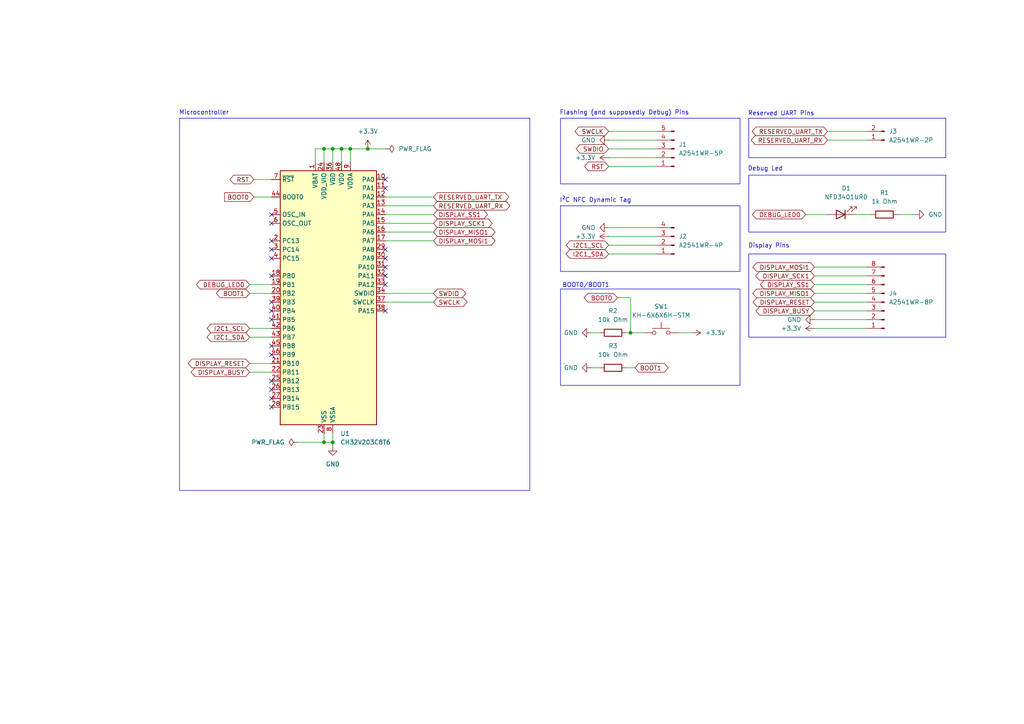
<source format=kicad_sch>
(kicad_sch (version 20231120) (generator "eeschema") (generator_version "8.0")
  (paper "A4")
  (title_block (title "Poker Plaque (RISCV)") (date "2024-09-16") (rev "4") (company "PokerPassion (Poker-NG)"))
  (lib_symbols
    (symbol "Connector:Conn_01x02_Pin" (pin_names (offset 1.016) hide)
      (property "Reference" "J" (at 0 2.54 0))
      (property "Value" "Conn_01x02_Pin" (at 0 -5.08 0))
      (symbol "Conn_01x02_Pin_1_1"
        (polyline (pts (xy 1.27 -2.54) (xy 0.8636 -2.54)) (stroke (width 0.1524)))
        (polyline (pts (xy 1.27 0) (xy 0.8636 0)) (stroke (width 0.1524)))
        (rectangle (start 0.8636 -2.413) (end 0 -2.667) (stroke (width 0.1524)) (fill (type outline)))
        (rectangle (start 0.8636 0.127) (end 0 -0.127) (stroke (width 0.1524)) (fill (type outline)))
        (pin passive line (at 5.08 0 180) (length 3.81) (name "Pin_1") (number "1"))
        (pin passive line (at 5.08 -2.54 180) (length 3.81) (name "Pin_2") (number "2"))
      )
    )
    (symbol "Connector:Conn_01x04_Pin" (pin_names (offset 1.016) hide)
      (property "Reference" "J" (at 0 5.08 0))
      (property "Value" "Conn_01x04_Pin" (at 0 -7.62 0))
      (symbol "Conn_01x04_Pin_1_1"
        (polyline (pts (xy 1.27 -5.08) (xy 0.8636 -5.08)) (stroke (width 0.1524)))
        (polyline (pts (xy 1.27 -2.54) (xy 0.8636 -2.54)) (stroke (width 0.1524)))
        (polyline (pts (xy 1.27 0) (xy 0.8636 0)) (stroke (width 0.1524)))
        (polyline (pts (xy 1.27 2.54) (xy 0.8636 2.54)) (stroke (width 0.1524)))
        (rectangle (start 0.8636 -4.953) (end 0 -5.207) (stroke (width 0.1524)) (fill (type outline)))
        (rectangle (start 0.8636 -2.413) (end 0 -2.667) (stroke (width 0.1524)) (fill (type outline)))
        (rectangle (start 0.8636 0.127) (end 0 -0.127) (stroke (width 0.1524)) (fill (type outline)))
        (rectangle (start 0.8636 2.667) (end 0 2.413) (stroke (width 0.1524)) (fill (type outline)))
        (pin passive line (at 5.08 2.54 180) (length 3.81) (name "Pin_1") (number "1"))
        (pin passive line (at 5.08 0 180) (length 3.81) (name "Pin_2") (number "2"))
        (pin passive line (at 5.08 -2.54 180) (length 3.81) (name "Pin_3") (number "3"))
        (pin passive line (at 5.08 -5.08 180) (length 3.81) (name "Pin_4") (number "4"))
      )
    )
    (symbol "Connector:Conn_01x05_Pin" (pin_names (offset 1.016) hide)
      (property "Reference" "J" (at 0 7.62 0))
      (property "Value" "Conn_01x05_Pin" (at 0 -7.62 0))
      (symbol "Conn_01x05_Pin_1_1"
        (polyline (pts (xy 1.27 -5.08) (xy 0.8636 -5.08)) (stroke (width 0.1524)))
        (polyline (pts (xy 1.27 -2.54) (xy 0.8636 -2.54)) (stroke (width 0.1524)))
        (polyline (pts (xy 1.27 0) (xy 0.8636 0)) (stroke (width 0.1524)))
        (polyline (pts (xy 1.27 2.54) (xy 0.8636 2.54)) (stroke (width 0.1524)))
        (polyline (pts (xy 1.27 5.08) (xy 0.8636 5.08)) (stroke (width 0.1524)))
        (rectangle (start 0.8636 -4.953) (end 0 -5.207) (stroke (width 0.1524)) (fill (type outline)))
        (rectangle (start 0.8636 -2.413) (end 0 -2.667) (stroke (width 0.1524)) (fill (type outline)))
        (rectangle (start 0.8636 0.127) (end 0 -0.127) (stroke (width 0.1524)) (fill (type outline)))
        (rectangle (start 0.8636 2.667) (end 0 2.413) (stroke (width 0.1524)) (fill (type outline)))
        (rectangle (start 0.8636 5.207) (end 0 4.953) (stroke (width 0.1524)) (fill (type outline)))
        (pin passive line (at 5.08 5.08 180) (length 3.81) (name "Pin_1") (number "1"))
        (pin passive line (at 5.08 2.54 180) (length 3.81) (name "Pin_2") (number "2"))
        (pin passive line (at 5.08 0 180) (length 3.81) (name "Pin_3") (number "3"))
        (pin passive line (at 5.08 -2.54 180) (length 3.81) (name "Pin_4") (number "4"))
        (pin passive line (at 5.08 -5.08 180) (length 3.81) (name "Pin_5") (number "5"))
      )
    )
    (symbol "Connector:Conn_01x08_Pin" (pin_names (offset 1.016) hide)
      (property "Reference" "J" (at 0 10.16 0))
      (property "Value" "Conn_01x08_Pin" (at 0 -12.7 0))
      (symbol "Conn_01x08_Pin_1_1"
        (polyline (pts (xy 1.27 -10.16) (xy 0.8636 -10.16)) (stroke (width 0.1524)))
        (polyline (pts (xy 1.27 -7.62) (xy 0.8636 -7.62)) (stroke (width 0.1524)))
        (polyline (pts (xy 1.27 -5.08) (xy 0.8636 -5.08)) (stroke (width 0.1524)))
        (polyline (pts (xy 1.27 -2.54) (xy 0.8636 -2.54)) (stroke (width 0.1524)))
        (polyline (pts (xy 1.27 0) (xy 0.8636 0)) (stroke (width 0.1524)))
        (polyline (pts (xy 1.27 2.54) (xy 0.8636 2.54)) (stroke (width 0.1524)))
        (polyline (pts (xy 1.27 5.08) (xy 0.8636 5.08)) (stroke (width 0.1524)))
        (polyline (pts (xy 1.27 7.62) (xy 0.8636 7.62)) (stroke (width 0.1524)))
        (rectangle (start 0.8636 -10.033) (end 0 -10.287) (stroke (width 0.1524)) (fill (type outline)))
        (rectangle (start 0.8636 -7.493) (end 0 -7.747) (stroke (width 0.1524)) (fill (type outline)))
        (rectangle (start 0.8636 -4.953) (end 0 -5.207) (stroke (width 0.1524)) (fill (type outline)))
        (rectangle (start 0.8636 -2.413) (end 0 -2.667) (stroke (width 0.1524)) (fill (type outline)))
        (rectangle (start 0.8636 0.127) (end 0 -0.127) (stroke (width 0.1524)) (fill (type outline)))
        (rectangle (start 0.8636 2.667) (end 0 2.413) (stroke (width 0.1524)) (fill (type outline)))
        (rectangle (start 0.8636 5.207) (end 0 4.953) (stroke (width 0.1524)) (fill (type outline)))
        (rectangle (start 0.8636 7.747) (end 0 7.493) (stroke (width 0.1524)) (fill (type outline)))
        (pin passive line (at 5.08 7.62 180) (length 3.81) (name "Pin_1") (number "1"))
        (pin passive line (at 5.08 5.08 180) (length 3.81) (name "Pin_2") (number "2"))
        (pin passive line (at 5.08 2.54 180) (length 3.81) (name "Pin_3") (number "3"))
        (pin passive line (at 5.08 0 180) (length 3.81) (name "Pin_4") (number "4"))
        (pin passive line (at 5.08 -2.54 180) (length 3.81) (name "Pin_5") (number "5"))
        (pin passive line (at 5.08 -5.08 180) (length 3.81) (name "Pin_6") (number "6"))
        (pin passive line (at 5.08 -7.62 180) (length 3.81) (name "Pin_7") (number "7"))
        (pin passive line (at 5.08 -10.16 180) (length 3.81) (name "Pin_8") (number "8"))
      )
    )
    (symbol "Device:LED" (pin_numbers hide) (pin_names (offset 1.016) hide)
      (property "Reference" "D" (at 0 2.54 0))
      (property "Value" "LED" (at 0 -2.54 0))
      (symbol "LED_0_1"
        (polyline (pts (xy -1.27 -1.27) (xy -1.27 1.27)) (stroke (width 0.254)))
        (polyline (pts (xy -1.27 0) (xy 1.27 0)))
        (polyline (pts (xy 1.27 -1.27) (xy 1.27 1.27) (xy -1.27 0) (xy 1.27 -1.27)) (stroke (width 0.254)))
        (polyline (pts (xy -3.048 -0.762) (xy -4.572 -2.286) (xy -3.81 -2.286) (xy -4.572 -2.286) (xy -4.572 -1.524)))
        (polyline (pts (xy -1.778 -0.762) (xy -3.302 -2.286) (xy -2.54 -2.286) (xy -3.302 -2.286) (xy -3.302 -1.524)))
      )
      (symbol "LED_1_1"
        (pin passive line (at -3.81 0 0) (length 2.54) (name "K") (number "1"))
        (pin passive line (at 3.81 0 180) (length 2.54) (name "A") (number "2"))
      )
    )
    (symbol "Device:R" (pin_numbers hide) (pin_names (offset 0))
      (property "Reference" "R" (at 2.032 0 90))
      (property "Value" "R" (at 0 0 90))
      (symbol "R_0_1"
        (rectangle (start -1.016 -2.54) (end 1.016 2.54) (stroke (width 0.254)))
      )
      (symbol "R_1_1"
        (pin passive line (at 0 3.81 270) (length 1.27) (name "~") (number "1"))
        (pin passive line (at 0 -3.81 90) (length 1.27) (name "~") (number "2"))
      )
    )
    (symbol "MCU_WCH_CH32V2:CH32V203CxTx"
      (property "Reference" "U" (at -12.7 39.37 0))
      (property "Value" "CH32V203CxTx" (at 6.858 38.862 0))
      (symbol "CH32V203CxTx_0_0"
        (pin power_in line (at -2.54 38.1 270) (length 2.54) (name "VBAT") (number "1"))
        (pin power_in line (at 0 -40.64 90) (length 2.54) (name "VSS") (number "23"))
        (pin power_in line (at 0 38.1 270) (length 2.54) (name "VDD_VIO") (number "24"))
        (pin input line (at -15.24 27.94 0) (length 2.54) (name "BOOT0") (number "44"))
        (pin power_in line (at 2.54 -40.64 90) (length 2.54) (name "VSSA") (number "8"))
        (pin power_in line (at 7.62 38.1 270) (length 2.54) (name "VDDA") (number "9"))
      )
      (symbol "CH32V203CxTx_0_1"
        (rectangle (start -12.7 -38.1) (end 15.24 35.56) (stroke (width 0.254)) (fill (type background)))
      )
      (symbol "CH32V203CxTx_1_0"
        (pin bidirectional line (at 17.78 33.02 180) (length 2.54) (name "PA0") (number "10"))
        (pin bidirectional line (at 17.78 30.48 180) (length 2.54) (name "PA1") (number "11"))
        (pin bidirectional line (at 17.78 27.94 180) (length 2.54) (name "PA2") (number "12"))
        (pin bidirectional line (at 17.78 25.4 180) (length 2.54) (name "PA3") (number "13"))
        (pin bidirectional line (at 17.78 22.86 180) (length 2.54) (name "PA4") (number "14"))
        (pin bidirectional line (at 17.78 20.32 180) (length 2.54) (name "PA5") (number "15"))
        (pin bidirectional line (at 17.78 17.78 180) (length 2.54) (name "PA6") (number "16"))
        (pin bidirectional line (at 17.78 15.24 180) (length 2.54) (name "PA7") (number "17"))
        (pin bidirectional line (at -15.24 5.08 0) (length 2.54) (name "PB0") (number "18"))
        (pin bidirectional line (at -15.24 2.54 0) (length 2.54) (name "PB1") (number "19"))
        (pin bidirectional line (at -15.24 15.24 0) (length 2.54) (name "PC13") (number "2"))
        (pin bidirectional line (at -15.24 0 0) (length 2.54) (name "PB2") (number "20"))
        (pin bidirectional line (at -15.24 -20.32 0) (length 2.54) (name "PB10") (number "21"))
        (pin bidirectional line (at -15.24 -22.86 0) (length 2.54) (name "PB11") (number "22"))
        (pin bidirectional line (at -15.24 -25.4 0) (length 2.54) (name "PB12") (number "25"))
        (pin bidirectional line (at -15.24 -27.94 0) (length 2.54) (name "PB13") (number "26"))
        (pin bidirectional line (at -15.24 -30.48 0) (length 2.54) (name "PB14") (number "27"))
        (pin bidirectional line (at -15.24 -33.02 0) (length 2.54) (name "PB15") (number "28"))
        (pin bidirectional line (at 17.78 12.7 180) (length 2.54) (name "PA8") (number "29"))
        (pin bidirectional line (at -15.24 12.7 0) (length 2.54) (name "PC14") (number "3"))
        (pin bidirectional line (at 17.78 10.16 180) (length 2.54) (name "PA9") (number "30"))
        (pin bidirectional line (at 17.78 7.62 180) (length 2.54) (name "PA10") (number "31"))
        (pin bidirectional line (at 17.78 5.08 180) (length 2.54) (name "PA11") (number "32"))
        (pin bidirectional line (at 17.78 2.54 180) (length 2.54) (name "PA12") (number "33"))
        (pin bidirectional line (at 17.78 0 180) (length 2.54) (name "SWDIO") (number "34"))
        (pin passive line (at 0 -40.64 90) (length 2.54) hide (name "VSS") (number "35"))
        (pin power_in line (at 2.54 38.1 270) (length 2.54) (name "VDD") (number "36"))
        (pin bidirectional line (at 17.78 -2.54 180) (length 2.54) (name "SWCLK") (number "37"))
        (pin bidirectional line (at 17.78 -5.08 180) (length 2.54) (name "PA15") (number "38"))
        (pin bidirectional line (at -15.24 -2.54 0) (length 2.54) (name "PB3") (number "39"))
        (pin bidirectional line (at -15.24 10.16 0) (length 2.54) (name "PC15") (number "4"))
        (pin bidirectional line (at -15.24 -5.08 0) (length 2.54) (name "PB4") (number "40"))
        (pin bidirectional line (at -15.24 -7.62 0) (length 2.54) (name "PB5") (number "41"))
        (pin bidirectional line (at -15.24 -10.16 0) (length 2.54) (name "PB6") (number "42"))
        (pin bidirectional line (at -15.24 -12.7 0) (length 2.54) (name "PB7") (number "43"))
        (pin bidirectional line (at -15.24 -15.24 0) (length 2.54) (name "PB8") (number "45"))
        (pin bidirectional line (at -15.24 -17.78 0) (length 2.54) (name "PB9") (number "46"))
        (pin passive line (at 0 -40.64 90) (length 2.54) hide (name "VSS") (number "47"))
        (pin power_in line (at 5.08 38.1 270) (length 2.54) (name "VDD") (number "48"))
        (pin bidirectional line (at -15.24 22.86 0) (length 2.54) (name "OSC_IN") (number "5"))
        (pin bidirectional line (at -15.24 20.32 0) (length 2.54) (name "OSC_OUT") (number "6"))
        (pin input line (at -15.24 33.02 0) (length 2.54) (name "~{RST}") (number "7"))
      )
    )
    (symbol "Switch:SW_Push" (pin_numbers hide) (pin_names (offset 1.016) hide)
      (property "Reference" "SW" (at 1.27 2.54 0))
      (property "Value" "SW_Push" (at 0 -1.524 0))
      (symbol "SW_Push_0_1"
        (circle (center -2.032 0) (radius 0.508))
        (polyline (pts (xy 0 1.27) (xy 0 3.048)))
        (polyline (pts (xy 2.54 1.27) (xy -2.54 1.27)))
        (circle (center 2.032 0) (radius 0.508))
        (pin passive line (at -5.08 0 0) (length 2.54) (name "1") (number "1"))
        (pin passive line (at 5.08 0 180) (length 2.54) (name "2") (number "2"))
      )
    )
    (symbol "power:+3.3V" (power) (pin_numbers hide) (pin_names (offset 0) hide)
      (property "Value" "+3.3V" (at 0 3.556 0))
      (symbol "+3.3V_0_1"
        (polyline (pts (xy -0.762 1.27) (xy 0 2.54)))
        (polyline (pts (xy 0 0) (xy 0 2.54)))
        (polyline (pts (xy 0 2.54) (xy 0.762 1.27)))
      )
      (symbol "+3.3V_1_1"
        (pin power_in line (at 0 0 90) (length 0) (name "~") (number "1"))
      )
    )
    (symbol "power:GND" (power) (pin_numbers hide) (pin_names (offset 0) hide)
      (property "Value" "GND" (at 0 -3.81 0))
      (symbol "GND_0_1"
        (polyline (pts (xy 0 0) (xy 0 -1.27) (xy 1.27 -1.27) (xy 0 -2.54) (xy -1.27 -1.27) (xy 0 -1.27)))
      )
      (symbol "GND_1_1"
        (pin power_in line (at 0 0 270) (length 0) (name "~") (number "1"))
      )
    )
    (symbol "power:PWR_FLAG" (power) (pin_numbers hide) (pin_names (offset 0) hide)
      (property "Value" "PWR_FLAG" (at 0 3.81 0))
      (symbol "PWR_FLAG_0_0"
        (pin power_out line (at 0 0 90) (length 0) (name "~") (number "1"))
      )
      (symbol "PWR_FLAG_0_1"
        (polyline (pts (xy 0 0) (xy 0 1.27) (xy -1.016 1.905) (xy 0 2.54) (xy 1.016 1.905) (xy 0 1.27)))
      )
    )
  )
  (junction (at 96.52 128.27))
  (junction (at 182.88 96.52))
  (junction (at 93.98 43.18))
  (junction (at 99.06 43.18))
  (junction (at 93.98 128.27))
  (junction (at 96.52 43.18))
  (junction (at 106.68 43.18))
  (junction (at 101.6 43.18))
  (no_connect (at 78.74 100.33))
  (no_connect (at 78.74 115.57))
  (no_connect (at 111.76 80.01))
  (no_connect (at 78.74 69.85))
  (no_connect (at 78.74 80.01))
  (no_connect (at 111.76 72.39))
  (no_connect (at 78.74 110.49))
  (no_connect (at 78.74 87.63))
  (no_connect (at 111.76 90.17))
  (no_connect (at 78.74 72.39))
  (no_connect (at 111.76 82.55))
  (no_connect (at 78.74 92.71))
  (no_connect (at 111.76 74.93))
  (no_connect (at 78.74 64.77))
  (no_connect (at 111.76 52.07))
  (no_connect (at 78.74 113.03))
  (no_connect (at 78.74 102.87))
  (no_connect (at 111.76 77.47))
  (no_connect (at 78.74 90.17))
  (no_connect (at 111.76 54.61))
  (no_connect (at 78.74 62.23))
  (no_connect (at 78.74 118.11))
  (no_connect (at 78.74 74.93))
  (wire (pts (xy 99.06 43.18) (xy 96.52 43.18)))
  (wire (pts (xy 111.76 62.23) (xy 125.73 62.23)))
  (wire (pts (xy 93.98 43.18) (xy 93.98 46.99)))
  (wire (pts (xy 96.52 43.18) (xy 96.52 46.99)))
  (wire (pts (xy 181.61 96.52) (xy 182.88 96.52)))
  (wire (pts (xy 233.68 62.23) (xy 240.03 62.23)))
  (wire (pts (xy 72.39 105.41) (xy 78.74 105.41)))
  (wire (pts (xy 101.6 43.18) (xy 99.06 43.18)))
  (wire (pts (xy 176.53 40.64) (xy 190.5 40.64)))
  (wire (pts (xy 91.44 43.18) (xy 93.98 43.18)))
  (wire (pts (xy 171.45 96.52) (xy 173.99 96.52)))
  (wire (pts (xy 236.22 87.63) (xy 251.46 87.63)))
  (wire (pts (xy 176.53 68.58) (xy 190.5 68.58)))
  (wire (pts (xy 72.39 82.55) (xy 78.74 82.55)))
  (wire (pts (xy 236.22 95.25) (xy 251.46 95.25)))
  (wire (pts (xy 72.39 85.09) (xy 78.74 85.09)))
  (wire (pts (xy 240.03 38.1) (xy 251.46 38.1)))
  (wire (pts (xy 91.44 46.99) (xy 91.44 43.18)))
  (wire (pts (xy 72.39 95.25) (xy 78.74 95.25)))
  (wire (pts (xy 96.52 43.18) (xy 93.98 43.18)))
  (wire (pts (xy 176.53 71.12) (xy 190.5 71.12)))
  (wire (pts (xy 236.22 80.01) (xy 251.46 80.01)))
  (wire (pts (xy 182.88 96.52) (xy 186.69 96.52)))
  (wire (pts (xy 72.39 97.79) (xy 78.74 97.79)))
  (wire (pts (xy 236.22 77.47) (xy 251.46 77.47)))
  (wire (pts (xy 179.07 86.36) (xy 182.88 86.36)))
  (wire (pts (xy 111.76 64.77) (xy 125.73 64.77)))
  (wire (pts (xy 196.85 96.52) (xy 200.66 96.52)))
  (wire (pts (xy 247.65 62.23) (xy 252.73 62.23)))
  (wire (pts (xy 106.68 43.18) (xy 111.76 43.18)))
  (wire (pts (xy 111.76 59.69) (xy 125.73 59.69)))
  (wire (pts (xy 176.53 38.1) (xy 190.5 38.1)))
  (wire (pts (xy 236.22 85.09) (xy 251.46 85.09)))
  (wire (pts (xy 236.22 92.71) (xy 251.46 92.71)))
  (wire (pts (xy 111.76 67.31) (xy 125.73 67.31)))
  (wire (pts (xy 176.53 45.72) (xy 190.5 45.72)))
  (wire (pts (xy 111.76 87.63) (xy 125.73 87.63)))
  (wire (pts (xy 260.35 62.23) (xy 265.43 62.23)))
  (wire (pts (xy 171.45 106.68) (xy 173.99 106.68)))
  (wire (pts (xy 106.68 43.18) (xy 101.6 43.18)))
  (wire (pts (xy 72.39 107.95) (xy 78.74 107.95)))
  (wire (pts (xy 176.53 66.04) (xy 190.5 66.04)))
  (wire (pts (xy 101.6 43.18) (xy 101.6 46.99)))
  (wire (pts (xy 73.66 52.07) (xy 78.74 52.07)))
  (wire (pts (xy 181.61 106.68) (xy 184.15 106.68)))
  (wire (pts (xy 236.22 90.17) (xy 251.46 90.17)))
  (wire (pts (xy 73.66 57.15) (xy 78.74 57.15)))
  (wire (pts (xy 111.76 85.09) (xy 125.73 85.09)))
  (wire (pts (xy 96.52 128.27) (xy 96.52 129.54)))
  (wire (pts (xy 236.22 82.55) (xy 251.46 82.55)))
  (wire (pts (xy 96.52 125.73) (xy 96.52 128.27)))
  (wire (pts (xy 240.03 40.64) (xy 251.46 40.64)))
  (wire (pts (xy 111.76 57.15) (xy 125.73 57.15)))
  (wire (pts (xy 93.98 125.73) (xy 93.98 128.27)))
  (wire (pts (xy 93.98 128.27) (xy 96.52 128.27)))
  (wire (pts (xy 176.53 43.18) (xy 190.5 43.18)))
  (wire (pts (xy 176.53 73.66) (xy 190.5 73.66)))
  (wire (pts (xy 86.36 128.27) (xy 93.98 128.27)))
  (wire (pts (xy 182.88 86.36) (xy 182.88 96.52)))
  (wire (pts (xy 176.53 48.26) (xy 190.5 48.26)))
  (wire (pts (xy 99.06 43.18) (xy 99.06 46.99)))
  (wire (pts (xy 111.76 69.85) (xy 125.73 69.85)))
  (rectangle (start 217.17 34.29) (end 274.32 45.72))
  (rectangle (start 217.17 50.8) (end 274.32 67.31))
  (rectangle (start 217.17 73.66) (end 274.32 97.79))
  (rectangle (start 162.56 59.69) (end 214.63 78.74))
  (rectangle (start 162.56 34.29) (end 214.63 53.34))
  (rectangle (start 52.07 34.29) (end 153.67 142.24))
  (rectangle (start 162.56 83.82) (end 214.63 111.76))
  (text "Display Pins" (at 223.012 71.374 0) (effects (font (size 1.27 1.27))))
  (text "Flashing (and supposedly Debug) Pins" (at 181.102 32.766 0) (effects (font (size 1.27 1.27))))
  (text "I²C NFC Dynamic Tag" (at 172.72 58.166 0) (effects (font (size 1.27 1.27))))
  (text "Microcontroller" (at 59.182 32.766 0) (effects (font (size 1.27 1.27))))
  (text "Debug Led" (at 221.996 49.022 0) (effects (font (size 1.27 1.27))))
  (text "BOOT0/BOOT1" (at 169.926 82.804 0) (effects (font (size 1.27 1.27))))
  (text "Reserved UART Pins" (at 226.568 33.02 0) (effects (font (size 1.27 1.27))))
  (global_label "DISPLAY_MOSI1" (shape bidirectional) (at 236.22 77.47 180) (property "Intersheetrefs" "${INTERSHEET_REFS}" (effects (hide yes))))
  (global_label "I2C1_SDA" (shape bidirectional) (at 176.53 73.66 180) (property "Intersheetrefs" "${INTERSHEET_REFS}" (effects (hide yes))))
  (global_label "DISPLAY_MOSI1" (shape bidirectional) (at 125.73 69.85 0) (property "Intersheetrefs" "${INTERSHEET_REFS}" (effects (hide yes))))
  (global_label "BOOT1" (shape bidirectional) (at 184.15 106.68 0) (property "Intersheetrefs" "${INTERSHEET_REFS}" (effects (hide yes))))
  (global_label "RESERVED_UART_RX" (shape bidirectional) (at 125.73 59.69 0) (property "Intersheetrefs" "${INTERSHEET_REFS}" (effects (hide yes))))
  (global_label "I2C1_SCL" (shape bidirectional) (at 176.53 71.12 180) (property "Intersheetrefs" "${INTERSHEET_REFS}" (effects (hide yes))))
  (global_label "SWDIO" (shape bidirectional) (at 125.73 85.09 0) (property "Intersheetrefs" "${INTERSHEET_REFS}" (effects (hide yes))))
  (global_label "DISPLAY_SS1" (shape bidirectional) (at 125.73 62.23 0) (property "Intersheetrefs" "${INTERSHEET_REFS}" (effects (hide yes))))
  (global_label "RESERVED_UART_TX" (shape bidirectional) (at 240.03 38.1 180) (property "Intersheetrefs" "${INTERSHEET_REFS}" (effects (hide yes))))
  (global_label "BOOT0" (shape input) (at 73.66 57.15 180) (property "Intersheetrefs" "${INTERSHEET_REFS}" (effects (hide yes))))
  (global_label "DISPLAY_MISO1" (shape bidirectional) (at 125.73 67.31 0) (property "Intersheetrefs" "${INTERSHEET_REFS}" (effects (hide yes))))
  (global_label "RST" (shape bidirectional) (at 176.53 48.26 180) (property "Intersheetrefs" "${INTERSHEET_REFS}" (effects (hide yes))))
  (global_label "I2C1_SDA" (shape bidirectional) (at 72.39 97.79 180) (property "Intersheetrefs" "${INTERSHEET_REFS}" (effects (hide yes))))
  (global_label "BOOT0" (shape bidirectional) (at 179.07 86.36 180) (property "Intersheetrefs" "${INTERSHEET_REFS}" (effects (hide yes))))
  (global_label "DEBUG_LED0" (shape bidirectional) (at 72.39 82.55 180) (property "Intersheetrefs" "${INTERSHEET_REFS}" (effects (hide yes))))
  (global_label "I2C1_SCL" (shape bidirectional) (at 72.39 95.25 180) (property "Intersheetrefs" "${INTERSHEET_REFS}" (effects (hide yes))))
  (global_label "DISPLAY_SS1" (shape bidirectional) (at 236.22 82.55 180) (property "Intersheetrefs" "${INTERSHEET_REFS}" (effects (hide yes))))
  (global_label "RESERVED_UART_RX" (shape bidirectional) (at 240.03 40.64 180) (property "Intersheetrefs" "${INTERSHEET_REFS}" (effects (hide yes))))
  (global_label "DISPLAY_SCK1" (shape bidirectional) (at 236.22 80.01 180) (property "Intersheetrefs" "${INTERSHEET_REFS}" (effects (hide yes))))
  (global_label "DISPLAY_SCK1" (shape bidirectional) (at 125.73 64.77 0) (property "Intersheetrefs" "${INTERSHEET_REFS}" (effects (hide yes))))
  (global_label "DISPLAY_MISO1" (shape bidirectional) (at 236.22 85.09 180) (property "Intersheetrefs" "${INTERSHEET_REFS}" (effects (hide yes))))
  (global_label "RESERVED_UART_TX" (shape bidirectional) (at 125.73 57.15 0) (property "Intersheetrefs" "${INTERSHEET_REFS}" (effects (hide yes))))
  (global_label "SWDIO" (shape bidirectional) (at 176.53 43.18 180) (property "Intersheetrefs" "${INTERSHEET_REFS}" (effects (hide yes))))
  (global_label "BOOT1" (shape bidirectional) (at 72.39 85.09 180) (property "Intersheetrefs" "${INTERSHEET_REFS}" (effects (hide yes))))
  (global_label "DISPLAY_BUSY" (shape bidirectional) (at 72.39 107.95 180) (property "Intersheetrefs" "${INTERSHEET_REFS}" (effects (hide yes))))
  (global_label "DISPLAY_RESET" (shape bidirectional) (at 72.39 105.41 180) (property "Intersheetrefs" "${INTERSHEET_REFS}" (effects (hide yes))))
  (global_label "DEBUG_LED0" (shape bidirectional) (at 233.68 62.23 180) (property "Intersheetrefs" "${INTERSHEET_REFS}" (effects (hide yes))))
  (global_label "DISPLAY_RESET" (shape bidirectional) (at 236.22 87.63 180) (property "Intersheetrefs" "${INTERSHEET_REFS}" (effects (hide yes))))
  (global_label "SWCLK" (shape bidirectional) (at 176.53 38.1 180) (property "Intersheetrefs" "${INTERSHEET_REFS}" (effects (hide yes))))
  (global_label "RST" (shape bidirectional) (at 73.66 52.07 180) (property "Intersheetrefs" "${INTERSHEET_REFS}" (effects (hide yes))))
  (global_label "DISPLAY_BUSY" (shape bidirectional) (at 236.22 90.17 180) (property "Intersheetrefs" "${INTERSHEET_REFS}" (effects (hide yes))))
  (global_label "SWCLK" (shape bidirectional) (at 125.73 87.63 0) (property "Intersheetrefs" "${INTERSHEET_REFS}" (effects (hide yes))))
  (symbol (lib_id "power:PWR_FLAG") (at 86.36 128.27 90) (unit 1)
    (property "Reference" "#FLG01" (effects (hide yes)))
    (property "Value" "PWR_FLAG" (at 82.55 128.2699 90) (effects (justify left)))
    (property "Description" "Special symbol for telling ERC where power comes from" (effects (hide yes)))
  )
  (symbol (lib_id "power:GND") (at 176.53 40.64 270) (unit 1)
    (property "Reference" "#PWR03" (effects (hide yes)))
    (property "Value" "GND" (at 172.72 40.6399 90) (effects (justify right)))
    (property "Description" "Power symbol creates a global label with name \"GND\" , ground" (effects (hide yes)))
  )
  (symbol (lib_id "Switch:SW_Push") (at 191.77 96.52 0) (unit 1)
    (property "Reference" "SW1" (at 191.77 88.9 0))
    (property "Value" "KH-6X6X6H-STM" (at 191.77 91.44 0))
    (property "Footprint" "Button_Switch_SMD:SW_Push_1P1T_NO_6x6mm_H9.5mm" (effects (hide yes)))
    (property "Description" "Push button switch, generic, two pins" (effects (hide yes)))
  )
  (symbol (lib_id "Connector:Conn_01x04_Pin") (at 195.58 71.12 180) (unit 1)
    (property "Reference" "J2" (at 196.85 68.5799 0) (effects (justify right)))
    (property "Value" "A2541WR-4P" (at 196.85 71.1199 0) (effects (justify right)))
    (property "Footprint" "Connector_PinHeader_2.54mm:PinHeader_1x04_P2.54mm_Horizontal" (effects (hide yes)))
    (property "Description" "Generic connector, single row, 01x04, script generated" (effects (hide yes)))
  )
  (symbol (lib_id "Connector:Conn_01x02_Pin") (at 256.54 40.64 180) (unit 1)
    (property "Reference" "J3" (at 257.81 38.0999 0) (effects (justify right)))
    (property "Value" "A2541WR-2P" (at 257.81 40.6399 0) (effects (justify right)))
    (property "Footprint" "Connector_PinHeader_2.54mm:PinHeader_1x02_P2.54mm_Horizontal" (effects (hide yes)))
    (property "Description" "Generic connector, single row, 01x02, script generated" (effects (hide yes)))
  )
  (symbol (lib_id "Device:R") (at 177.8 106.68 90) (unit 1)
    (property "Reference" "R3" (at 177.8 100.33 90))
    (property "Value" "10k Ohm" (at 177.8 102.87 90))
    (property "Footprint" "Resistor_SMD:R_1210_3225Metric" (effects (hide yes)))
    (property "Description" "Resistor" (effects (hide yes)))
  )
  (symbol (lib_id "Connector:Conn_01x08_Pin") (at 256.54 87.63 180) (unit 1)
    (property "Reference" "J4" (at 257.81 85.0899 0) (effects (justify right)))
    (property "Value" "A2541WR-8P" (at 257.81 87.6299 0) (effects (justify right)))
    (property "Footprint" "Connector_PinHeader_2.54mm:PinHeader_1x08_P2.54mm_Horizontal" (effects (hide yes)))
    (property "Description" "Generic connector, single row, 01x08, script generated" (effects (hide yes)))
  )
  (symbol (lib_id "Device:LED") (at 243.84 62.23 180) (unit 1)
    (property "Reference" "D1" (at 245.4275 54.61 0))
    (property "Value" "NFD3401URD" (at 245.4275 57.15 0))
    (property "Footprint" "LED_THT:LED_D3.0mm" (effects (hide yes)))
    (property "Description" "Light emitting diode" (effects (hide yes)))
  )
  (symbol (lib_id "power:GND") (at 171.45 96.52 270) (unit 1)
    (property "Reference" "#PWR011" (effects (hide yes)))
    (property "Value" "GND" (at 167.64 96.5199 90) (effects (justify right)))
    (property "Description" "Power symbol creates a global label with name \"GND\" , ground" (effects (hide yes)))
  )
  (symbol (lib_id "power:GND") (at 236.22 92.71 270) (unit 1)
    (property "Reference" "#PWR08" (effects (hide yes)))
    (property "Value" "GND" (at 232.41 92.7099 90) (effects (justify right)))
    (property "Description" "Power symbol creates a global label with name \"GND\" , ground" (effects (hide yes)))
  )
  (symbol (lib_id "power:GND") (at 176.53 66.04 270) (unit 1)
    (property "Reference" "#PWR06" (effects (hide yes)))
    (property "Value" "GND" (at 172.72 66.0399 90) (effects (justify right)))
    (property "Description" "Power symbol creates a global label with name \"GND\" , ground" (effects (hide yes)))
  )
  (symbol (lib_id "Device:R") (at 177.8 96.52 90) (unit 1)
    (property "Reference" "R2" (at 177.8 90.17 90))
    (property "Value" "10k Ohm" (at 177.8 92.71 90))
    (property "Footprint" "Resistor_SMD:R_1210_3225Metric" (effects (hide yes)))
    (property "Description" "Resistor" (effects (hide yes)))
  )
  (symbol (lib_id "power:GND") (at 265.43 62.23 90) (unit 1)
    (property "Reference" "#PWR07" (effects (hide yes)))
    (property "Value" "GND" (at 269.24 62.2299 90) (effects (justify right)))
    (property "Description" "Power symbol creates a global label with name \"GND\" , ground" (effects (hide yes)))
  )
  (symbol (lib_id "Device:R") (at 256.54 62.23 90) (unit 1)
    (property "Reference" "R1" (at 256.54 55.88 90))
    (property "Value" "1k Ohm" (at 256.54 58.42 90))
    (property "Footprint" "Resistor_SMD:R_1210_3225Metric" (effects (hide yes)))
    (property "Description" "Resistor" (effects (hide yes)))
  )
  (symbol (lib_id "Connector:Conn_01x05_Pin") (at 195.58 43.18 180) (unit 1)
    (property "Reference" "J1" (at 196.85 41.9099 0) (effects (justify right)))
    (property "Value" "A2541WR-5P" (at 196.85 44.4499 0) (effects (justify right)))
    (property "Footprint" "Connector_PinHeader_2.54mm:PinHeader_1x05_P2.54mm_Horizontal" (effects (hide yes)))
    (property "Description" "Generic connector, single row, 01x05, script generated" (effects (hide yes)))
  )
  (symbol (lib_id "power:+3.3V") (at 106.68 43.18 0) (mirror y) (unit 1)
    (property "Reference" "#PWR01" (effects (hide yes)))
    (property "Value" "+3.3V" (at 106.68 38.1 0))
    (property "Description" "Power symbol creates a global label with name \"+3.3V\"" (effects (hide yes)))
  )
  (symbol (lib_id "power:PWR_FLAG") (at 111.76 43.18 270) (unit 1)
    (property "Reference" "#FLG02" (effects (hide yes)))
    (property "Value" "PWR_FLAG" (at 115.57 43.1799 90) (effects (justify left)))
    (property "Description" "Special symbol for telling ERC where power comes from" (effects (hide yes)))
  )
  (symbol (lib_id "power:+3.3V") (at 236.22 95.25 90) (unit 1)
    (property "Reference" "#PWR09" (effects (hide yes)))
    (property "Value" "+3.3V" (at 232.41 95.2499 90) (effects (justify left)))
    (property "Description" "Power symbol creates a global label with name \"+3.3V\"" (effects (hide yes)))
  )
  (symbol (lib_id "power:+3.3V") (at 176.53 68.58 90) (unit 1)
    (property "Reference" "#PWR05" (effects (hide yes)))
    (property "Value" "+3.3V" (at 172.72 68.5799 90) (effects (justify left)))
    (property "Description" "Power symbol creates a global label with name \"+3.3V\"" (effects (hide yes)))
  )
  (symbol (lib_id "power:GND") (at 171.45 106.68 270) (unit 1)
    (property "Reference" "#PWR012" (effects (hide yes)))
    (property "Value" "GND" (at 167.64 106.6799 90) (effects (justify right)))
    (property "Description" "Power symbol creates a global label with name \"GND\" , ground" (effects (hide yes)))
  )
  (symbol (lib_id "power:+3.3V") (at 176.53 45.72 90) (unit 1)
    (property "Reference" "#PWR04" (effects (hide yes)))
    (property "Value" "+3.3V" (at 172.72 45.7199 90) (effects (justify left)))
    (property "Description" "Power symbol creates a global label with name \"+3.3V\"" (effects (hide yes)))
  )
  (symbol (lib_id "power:+3.3V") (at 200.66 96.52 270) (unit 1)
    (property "Reference" "#PWR010" (effects (hide yes)))
    (property "Value" "+3.3V" (at 204.47 96.5199 90) (effects (justify left)))
    (property "Description" "Power symbol creates a global label with name \"+3.3V\"" (effects (hide yes)))
  )
  (symbol (lib_id "MCU_WCH_CH32V2:CH32V203CxTx") (at 93.98 85.09 0) (unit 1)
    (property "Reference" "U1" (at 98.7141 125.73 0) (effects (justify left)))
    (property "Value" "CH32V203C8T6" (at 98.7141 128.27 0) (effects (justify left)))
    (property "Footprint" "Package_QFP:LQFP-48_7x7mm_P0.5mm" (effects (hide yes)))
    (property "Datasheet" "https://www.wch-ic.com/products/CH32V203.html" (effects (hide yes)))
    (property "Description" "The CH32V203 is an industrial-grade enhanced low-power general-purpose MCU based on 32-bit RISC-V core." (effects (hide yes)))
  )
  (symbol (lib_id "power:GND") (at 96.52 129.54 0) (unit 1)
    (property "Reference" "#PWR02" (effects (hide yes)))
    (property "Value" "GND" (at 96.52 134.62 0))
    (property "Description" "Power symbol creates a global label with name \"GND\" , ground" (effects (hide yes)))
  )
)
</source>
